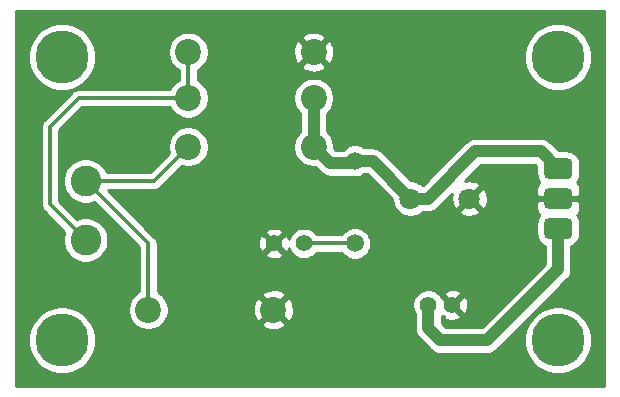
<source format=gbr>
%TF.GenerationSoftware,KiCad,Pcbnew,(5.1.12)-1*%
%TF.CreationDate,2023-06-26T22:50:23-03:00*%
%TF.ProjectId,P230523C10 - Fonte,50323330-3532-4334-9331-30202d20466f,rev?*%
%TF.SameCoordinates,Original*%
%TF.FileFunction,Copper,L2,Bot*%
%TF.FilePolarity,Positive*%
%FSLAX46Y46*%
G04 Gerber Fmt 4.6, Leading zero omitted, Abs format (unit mm)*
G04 Created by KiCad (PCBNEW (5.1.12)-1) date 2023-06-26 22:50:23*
%MOMM*%
%LPD*%
G01*
G04 APERTURE LIST*
%TA.AperFunction,ComponentPad*%
%ADD10C,1.800000*%
%TD*%
%TA.AperFunction,ComponentPad*%
%ADD11C,1.400000*%
%TD*%
%TA.AperFunction,ComponentPad*%
%ADD12C,2.600000*%
%TD*%
%TA.AperFunction,ComponentPad*%
%ADD13C,2.200000*%
%TD*%
%TA.AperFunction,ComponentPad*%
%ADD14C,1.500000*%
%TD*%
%TA.AperFunction,ViaPad*%
%ADD15C,4.500000*%
%TD*%
%TA.AperFunction,Conductor*%
%ADD16C,1.000000*%
%TD*%
%TA.AperFunction,Conductor*%
%ADD17C,0.250000*%
%TD*%
%TA.AperFunction,Conductor*%
%ADD18C,0.300000*%
%TD*%
%TA.AperFunction,Conductor*%
%ADD19C,0.254000*%
%TD*%
%TA.AperFunction,Conductor*%
%ADD20C,0.100000*%
%TD*%
G04 APERTURE END LIST*
%TO.P,CI2,2*%
%TO.N,GND*%
%TA.AperFunction,ComponentPad*%
G36*
G01*
X166250000Y-104100000D02*
X167750000Y-104100000D01*
G75*
G02*
X168200000Y-104550000I0J-450000D01*
G01*
X168200000Y-105450000D01*
G75*
G02*
X167750000Y-105900000I-450000J0D01*
G01*
X166250000Y-105900000D01*
G75*
G02*
X165800000Y-105450000I0J450000D01*
G01*
X165800000Y-104550000D01*
G75*
G02*
X166250000Y-104100000I450000J0D01*
G01*
G37*
%TD.AperFunction*%
%TO.P,CI2,1*%
%TO.N,+VCC*%
%TA.AperFunction,ComponentPad*%
G36*
G01*
X166250000Y-101560000D02*
X167750000Y-101560000D01*
G75*
G02*
X168200000Y-102010000I0J-450000D01*
G01*
X168200000Y-102910000D01*
G75*
G02*
X167750000Y-103360000I-450000J0D01*
G01*
X166250000Y-103360000D01*
G75*
G02*
X165800000Y-102910000I0J450000D01*
G01*
X165800000Y-102010000D01*
G75*
G02*
X166250000Y-101560000I450000J0D01*
G01*
G37*
%TD.AperFunction*%
%TO.P,CI2,3*%
%TO.N,+9.0V*%
%TA.AperFunction,ComponentPad*%
G36*
G01*
X166250000Y-106640000D02*
X167750000Y-106640000D01*
G75*
G02*
X168200000Y-107090000I0J-450000D01*
G01*
X168200000Y-107990000D01*
G75*
G02*
X167750000Y-108440000I-450000J0D01*
G01*
X166250000Y-108440000D01*
G75*
G02*
X165800000Y-107990000I0J450000D01*
G01*
X165800000Y-107090000D01*
G75*
G02*
X166250000Y-106640000I450000J0D01*
G01*
G37*
%TD.AperFunction*%
%TD*%
D10*
%TO.P,C3,1*%
%TO.N,+VCC*%
X154500000Y-105000000D03*
%TO.P,C3,2*%
%TO.N,GND*%
X159500000Y-105000000D03*
%TD*%
D11*
%TO.P,C7,1*%
%TO.N,+9.0V*%
X156000000Y-114000000D03*
%TO.P,C7,2*%
%TO.N,GND*%
X158050000Y-114000000D03*
%TD*%
D12*
%TO.P,CN4,1*%
%TO.N,Net-(CN4-Pad1)*%
X127000000Y-103500000D03*
%TO.P,CN4,2*%
%TO.N,Net-(CN4-Pad2)*%
X127000000Y-108500000D03*
%TD*%
D13*
%TO.P,D3,1*%
%TO.N,+VCC*%
X146300000Y-100600000D03*
%TO.P,D3,2*%
%TO.N,Net-(CN4-Pad1)*%
X135700000Y-100600000D03*
%TD*%
%TO.P,D4,2*%
%TO.N,Net-(CN4-Pad2)*%
X135700000Y-96500000D03*
%TO.P,D4,1*%
%TO.N,+VCC*%
X146300000Y-96500000D03*
%TD*%
%TO.P,D5,1*%
%TO.N,Net-(CN4-Pad1)*%
X132300000Y-114400000D03*
%TO.P,D5,2*%
%TO.N,GND*%
X142900000Y-114400000D03*
%TD*%
%TO.P,D6,2*%
%TO.N,GND*%
X146300000Y-92600000D03*
%TO.P,D6,1*%
%TO.N,Net-(CN4-Pad2)*%
X135700000Y-92600000D03*
%TD*%
D11*
%TO.P,LD3,1*%
%TO.N,GND*%
X142930000Y-108800000D03*
%TO.P,LD3,2*%
%TO.N,Net-(LD3-Pad2)*%
X145470000Y-108800000D03*
%TD*%
D14*
%TO.P,R8,1*%
%TO.N,Net-(LD3-Pad2)*%
X149800000Y-108800000D03*
%TO.P,R8,2*%
%TO.N,+VCC*%
X149800000Y-101800000D03*
%TD*%
D15*
%TO.N,*%
X167000000Y-93000000D03*
X167000000Y-117000000D03*
X125000000Y-93000000D03*
X125000000Y-117000000D03*
%TD*%
D16*
%TO.N,+VCC*%
X146300000Y-96500000D02*
X146300000Y-100600000D01*
X149600000Y-102000000D02*
X149800000Y-101800000D01*
X147700000Y-102000000D02*
X149600000Y-102000000D01*
X146300000Y-100600000D02*
X147700000Y-102000000D01*
X151300000Y-101800000D02*
X154500000Y-105000000D01*
X149800000Y-101800000D02*
X151300000Y-101800000D01*
X156000000Y-105000000D02*
X154500000Y-105000000D01*
X160000000Y-101000000D02*
X156000000Y-105000000D01*
X165540000Y-101000000D02*
X160000000Y-101000000D01*
X167000000Y-102460000D02*
X165540000Y-101000000D01*
%TO.N,+9.0V*%
X167000000Y-111000000D02*
X167000000Y-107540000D01*
X161000000Y-117000000D02*
X167000000Y-111000000D01*
X157000000Y-117000000D02*
X161000000Y-117000000D01*
X156000000Y-116000000D02*
X157000000Y-117000000D01*
X156000000Y-114000000D02*
X156000000Y-116000000D01*
D17*
%TO.N,Net-(CN4-Pad1)*%
X132300000Y-114300000D02*
X132300000Y-114400000D01*
X135500000Y-100600000D02*
X135700000Y-100600000D01*
D18*
X132800000Y-103500000D02*
X135700000Y-100600000D01*
X127000000Y-103500000D02*
X132800000Y-103500000D01*
X132300000Y-108800000D02*
X127000000Y-103500000D01*
X132300000Y-114400000D02*
X132300000Y-108800000D01*
D17*
%TO.N,Net-(CN4-Pad2)*%
X127500000Y-108100000D02*
X127400000Y-108100000D01*
D18*
X135700000Y-92600000D02*
X135700000Y-96500000D01*
X124000000Y-98900000D02*
X126400000Y-96500000D01*
X124000000Y-105500000D02*
X124000000Y-98900000D01*
X126400000Y-96500000D02*
X135700000Y-96500000D01*
X127000000Y-108500000D02*
X124000000Y-105500000D01*
%TO.N,Net-(LD3-Pad2)*%
X145470000Y-108800000D02*
X149800000Y-108800000D01*
%TD*%
D19*
%TO.N,GND*%
X170873000Y-120873000D02*
X121127000Y-120873000D01*
X121127000Y-116715852D01*
X122115000Y-116715852D01*
X122115000Y-117284148D01*
X122225869Y-117841523D01*
X122443346Y-118366560D01*
X122759074Y-118839080D01*
X123160920Y-119240926D01*
X123633440Y-119556654D01*
X124158477Y-119774131D01*
X124715852Y-119885000D01*
X125284148Y-119885000D01*
X125841523Y-119774131D01*
X126366560Y-119556654D01*
X126839080Y-119240926D01*
X127240926Y-118839080D01*
X127556654Y-118366560D01*
X127774131Y-117841523D01*
X127885000Y-117284148D01*
X127885000Y-116715852D01*
X127774131Y-116158477D01*
X127556654Y-115633440D01*
X127240926Y-115160920D01*
X126839080Y-114759074D01*
X126366560Y-114443346D01*
X125841523Y-114225869D01*
X125284148Y-114115000D01*
X124715852Y-114115000D01*
X124158477Y-114225869D01*
X123633440Y-114443346D01*
X123160920Y-114759074D01*
X122759074Y-115160920D01*
X122443346Y-115633440D01*
X122225869Y-116158477D01*
X122115000Y-116715852D01*
X121127000Y-116715852D01*
X121127000Y-98900000D01*
X123211203Y-98900000D01*
X123215001Y-98938563D01*
X123215000Y-105461447D01*
X123211203Y-105500000D01*
X123215000Y-105538553D01*
X123215000Y-105538560D01*
X123226359Y-105653886D01*
X123271246Y-105801859D01*
X123344138Y-105938232D01*
X123442236Y-106057764D01*
X123472190Y-106082347D01*
X125193858Y-107804015D01*
X125139361Y-107935581D01*
X125065000Y-108309419D01*
X125065000Y-108690581D01*
X125139361Y-109064419D01*
X125285225Y-109416566D01*
X125496987Y-109733491D01*
X125766509Y-110003013D01*
X126083434Y-110214775D01*
X126435581Y-110360639D01*
X126809419Y-110435000D01*
X127190581Y-110435000D01*
X127564419Y-110360639D01*
X127916566Y-110214775D01*
X128233491Y-110003013D01*
X128503013Y-109733491D01*
X128714775Y-109416566D01*
X128860639Y-109064419D01*
X128935000Y-108690581D01*
X128935000Y-108309419D01*
X128860639Y-107935581D01*
X128714775Y-107583434D01*
X128503013Y-107266509D01*
X128233491Y-106996987D01*
X127916566Y-106785225D01*
X127564419Y-106639361D01*
X127190581Y-106565000D01*
X126809419Y-106565000D01*
X126435581Y-106639361D01*
X126304015Y-106693858D01*
X124785000Y-105174843D01*
X124785000Y-103309419D01*
X125065000Y-103309419D01*
X125065000Y-103690581D01*
X125139361Y-104064419D01*
X125285225Y-104416566D01*
X125496987Y-104733491D01*
X125766509Y-105003013D01*
X126083434Y-105214775D01*
X126435581Y-105360639D01*
X126809419Y-105435000D01*
X127190581Y-105435000D01*
X127564419Y-105360639D01*
X127695985Y-105306142D01*
X131515001Y-109125158D01*
X131515000Y-112847207D01*
X131478169Y-112862463D01*
X131194002Y-113052337D01*
X130952337Y-113294002D01*
X130762463Y-113578169D01*
X130631675Y-113893919D01*
X130565000Y-114229117D01*
X130565000Y-114570883D01*
X130631675Y-114906081D01*
X130762463Y-115221831D01*
X130952337Y-115505998D01*
X131194002Y-115747663D01*
X131478169Y-115937537D01*
X131793919Y-116068325D01*
X132129117Y-116135000D01*
X132470883Y-116135000D01*
X132806081Y-116068325D01*
X133121831Y-115937537D01*
X133405998Y-115747663D01*
X133546949Y-115606712D01*
X141872893Y-115606712D01*
X141980726Y-115881338D01*
X142287384Y-116032216D01*
X142617585Y-116120369D01*
X142958639Y-116142409D01*
X143297439Y-116097489D01*
X143620966Y-115987336D01*
X143819274Y-115881338D01*
X143927107Y-115606712D01*
X142900000Y-114579605D01*
X141872893Y-115606712D01*
X133546949Y-115606712D01*
X133647663Y-115505998D01*
X133837537Y-115221831D01*
X133968325Y-114906081D01*
X134035000Y-114570883D01*
X134035000Y-114458639D01*
X141157591Y-114458639D01*
X141202511Y-114797439D01*
X141312664Y-115120966D01*
X141418662Y-115319274D01*
X141693288Y-115427107D01*
X142720395Y-114400000D01*
X143079605Y-114400000D01*
X144106712Y-115427107D01*
X144381338Y-115319274D01*
X144532216Y-115012616D01*
X144620369Y-114682415D01*
X144642409Y-114341361D01*
X144597489Y-114002561D01*
X144551850Y-113868514D01*
X154665000Y-113868514D01*
X154665000Y-114131486D01*
X154716304Y-114389405D01*
X154816939Y-114632359D01*
X154865000Y-114704288D01*
X154865001Y-115944239D01*
X154859509Y-116000000D01*
X154881423Y-116222498D01*
X154946324Y-116436446D01*
X154946325Y-116436447D01*
X155051717Y-116633623D01*
X155193552Y-116806449D01*
X155236859Y-116841991D01*
X156158013Y-117763145D01*
X156193551Y-117806449D01*
X156236854Y-117841987D01*
X156236856Y-117841989D01*
X156366377Y-117948284D01*
X156563553Y-118053676D01*
X156777501Y-118118577D01*
X157000000Y-118140491D01*
X157055752Y-118135000D01*
X160944249Y-118135000D01*
X161000000Y-118140491D01*
X161055751Y-118135000D01*
X161055752Y-118135000D01*
X161222499Y-118118577D01*
X161436447Y-118053676D01*
X161633623Y-117948284D01*
X161806449Y-117806449D01*
X161841996Y-117763135D01*
X162889279Y-116715852D01*
X164115000Y-116715852D01*
X164115000Y-117284148D01*
X164225869Y-117841523D01*
X164443346Y-118366560D01*
X164759074Y-118839080D01*
X165160920Y-119240926D01*
X165633440Y-119556654D01*
X166158477Y-119774131D01*
X166715852Y-119885000D01*
X167284148Y-119885000D01*
X167841523Y-119774131D01*
X168366560Y-119556654D01*
X168839080Y-119240926D01*
X169240926Y-118839080D01*
X169556654Y-118366560D01*
X169774131Y-117841523D01*
X169885000Y-117284148D01*
X169885000Y-116715852D01*
X169774131Y-116158477D01*
X169556654Y-115633440D01*
X169240926Y-115160920D01*
X168839080Y-114759074D01*
X168366560Y-114443346D01*
X167841523Y-114225869D01*
X167284148Y-114115000D01*
X166715852Y-114115000D01*
X166158477Y-114225869D01*
X165633440Y-114443346D01*
X165160920Y-114759074D01*
X164759074Y-115160920D01*
X164443346Y-115633440D01*
X164225869Y-116158477D01*
X164115000Y-116715852D01*
X162889279Y-116715852D01*
X167763141Y-111841991D01*
X167806449Y-111806449D01*
X167948284Y-111633623D01*
X168053676Y-111436447D01*
X168118577Y-111222499D01*
X168135000Y-111055752D01*
X168135000Y-111055743D01*
X168140490Y-111000001D01*
X168135000Y-110944259D01*
X168135000Y-109004768D01*
X168166387Y-108995247D01*
X168354500Y-108894699D01*
X168519383Y-108759383D01*
X168654699Y-108594500D01*
X168755247Y-108406387D01*
X168817165Y-108202272D01*
X168838072Y-107990000D01*
X168838072Y-107090000D01*
X168817165Y-106877728D01*
X168755247Y-106673613D01*
X168654699Y-106485500D01*
X168587418Y-106403517D01*
X168651185Y-106351185D01*
X168730537Y-106254494D01*
X168789502Y-106144180D01*
X168825812Y-106024482D01*
X168838072Y-105900000D01*
X168835000Y-105285750D01*
X168676250Y-105127000D01*
X167127000Y-105127000D01*
X167127000Y-105147000D01*
X166873000Y-105147000D01*
X166873000Y-105127000D01*
X165323750Y-105127000D01*
X165165000Y-105285750D01*
X165161928Y-105900000D01*
X165174188Y-106024482D01*
X165210498Y-106144180D01*
X165269463Y-106254494D01*
X165348815Y-106351185D01*
X165412582Y-106403517D01*
X165345301Y-106485500D01*
X165244753Y-106673613D01*
X165182835Y-106877728D01*
X165161928Y-107090000D01*
X165161928Y-107990000D01*
X165182835Y-108202272D01*
X165244753Y-108406387D01*
X165345301Y-108594500D01*
X165480617Y-108759383D01*
X165645500Y-108894699D01*
X165833613Y-108995247D01*
X165865001Y-109004768D01*
X165865000Y-110529868D01*
X160529869Y-115865000D01*
X157470132Y-115865000D01*
X157135000Y-115529868D01*
X157135000Y-114981242D01*
X157191683Y-115037925D01*
X157308337Y-114921271D01*
X157367797Y-115155037D01*
X157606242Y-115265934D01*
X157861740Y-115328183D01*
X158124473Y-115339390D01*
X158384344Y-115299125D01*
X158631366Y-115208935D01*
X158732203Y-115155037D01*
X158791664Y-114921269D01*
X158050000Y-114179605D01*
X158035858Y-114193748D01*
X157856253Y-114014143D01*
X157870395Y-114000000D01*
X158229605Y-114000000D01*
X158971269Y-114741664D01*
X159205037Y-114682203D01*
X159315934Y-114443758D01*
X159378183Y-114188260D01*
X159389390Y-113925527D01*
X159349125Y-113665656D01*
X159258935Y-113418634D01*
X159205037Y-113317797D01*
X158971269Y-113258336D01*
X158229605Y-114000000D01*
X157870395Y-114000000D01*
X157128731Y-113258336D01*
X157112743Y-113262403D01*
X157036962Y-113148987D01*
X156966706Y-113078731D01*
X157308336Y-113078731D01*
X158050000Y-113820395D01*
X158791664Y-113078731D01*
X158732203Y-112844963D01*
X158493758Y-112734066D01*
X158238260Y-112671817D01*
X157975527Y-112660610D01*
X157715656Y-112700875D01*
X157468634Y-112791065D01*
X157367797Y-112844963D01*
X157308336Y-113078731D01*
X156966706Y-113078731D01*
X156851013Y-112963038D01*
X156632359Y-112816939D01*
X156389405Y-112716304D01*
X156131486Y-112665000D01*
X155868514Y-112665000D01*
X155610595Y-112716304D01*
X155367641Y-112816939D01*
X155148987Y-112963038D01*
X154963038Y-113148987D01*
X154816939Y-113367641D01*
X154716304Y-113610595D01*
X154665000Y-113868514D01*
X144551850Y-113868514D01*
X144487336Y-113679034D01*
X144381338Y-113480726D01*
X144106712Y-113372893D01*
X143079605Y-114400000D01*
X142720395Y-114400000D01*
X141693288Y-113372893D01*
X141418662Y-113480726D01*
X141267784Y-113787384D01*
X141179631Y-114117585D01*
X141157591Y-114458639D01*
X134035000Y-114458639D01*
X134035000Y-114229117D01*
X133968325Y-113893919D01*
X133837537Y-113578169D01*
X133647663Y-113294002D01*
X133546949Y-113193288D01*
X141872893Y-113193288D01*
X142900000Y-114220395D01*
X143927107Y-113193288D01*
X143819274Y-112918662D01*
X143512616Y-112767784D01*
X143182415Y-112679631D01*
X142841361Y-112657591D01*
X142502561Y-112702511D01*
X142179034Y-112812664D01*
X141980726Y-112918662D01*
X141872893Y-113193288D01*
X133546949Y-113193288D01*
X133405998Y-113052337D01*
X133121831Y-112862463D01*
X133085000Y-112847207D01*
X133085000Y-109721269D01*
X142188336Y-109721269D01*
X142247797Y-109955037D01*
X142486242Y-110065934D01*
X142741740Y-110128183D01*
X143004473Y-110139390D01*
X143264344Y-110099125D01*
X143511366Y-110008935D01*
X143612203Y-109955037D01*
X143671664Y-109721269D01*
X142930000Y-108979605D01*
X142188336Y-109721269D01*
X133085000Y-109721269D01*
X133085000Y-108874473D01*
X141590610Y-108874473D01*
X141630875Y-109134344D01*
X141721065Y-109381366D01*
X141774963Y-109482203D01*
X142008731Y-109541664D01*
X142750395Y-108800000D01*
X143109605Y-108800000D01*
X143851269Y-109541664D01*
X144085037Y-109482203D01*
X144195934Y-109243758D01*
X144200706Y-109224173D01*
X144286939Y-109432359D01*
X144433038Y-109651013D01*
X144618987Y-109836962D01*
X144837641Y-109983061D01*
X145080595Y-110083696D01*
X145338514Y-110135000D01*
X145601486Y-110135000D01*
X145859405Y-110083696D01*
X146102359Y-109983061D01*
X146321013Y-109836962D01*
X146506962Y-109651013D01*
X146551070Y-109585000D01*
X148658796Y-109585000D01*
X148724201Y-109682886D01*
X148917114Y-109875799D01*
X149143957Y-110027371D01*
X149396011Y-110131775D01*
X149663589Y-110185000D01*
X149936411Y-110185000D01*
X150203989Y-110131775D01*
X150456043Y-110027371D01*
X150682886Y-109875799D01*
X150875799Y-109682886D01*
X151027371Y-109456043D01*
X151131775Y-109203989D01*
X151185000Y-108936411D01*
X151185000Y-108663589D01*
X151131775Y-108396011D01*
X151027371Y-108143957D01*
X150875799Y-107917114D01*
X150682886Y-107724201D01*
X150456043Y-107572629D01*
X150203989Y-107468225D01*
X149936411Y-107415000D01*
X149663589Y-107415000D01*
X149396011Y-107468225D01*
X149143957Y-107572629D01*
X148917114Y-107724201D01*
X148724201Y-107917114D01*
X148658796Y-108015000D01*
X146551070Y-108015000D01*
X146506962Y-107948987D01*
X146321013Y-107763038D01*
X146102359Y-107616939D01*
X145859405Y-107516304D01*
X145601486Y-107465000D01*
X145338514Y-107465000D01*
X145080595Y-107516304D01*
X144837641Y-107616939D01*
X144618987Y-107763038D01*
X144433038Y-107948987D01*
X144286939Y-108167641D01*
X144198379Y-108381444D01*
X144138935Y-108218634D01*
X144085037Y-108117797D01*
X143851269Y-108058336D01*
X143109605Y-108800000D01*
X142750395Y-108800000D01*
X142008731Y-108058336D01*
X141774963Y-108117797D01*
X141664066Y-108356242D01*
X141601817Y-108611740D01*
X141590610Y-108874473D01*
X133085000Y-108874473D01*
X133085000Y-108838556D01*
X133088797Y-108800000D01*
X133085000Y-108761444D01*
X133085000Y-108761439D01*
X133078021Y-108690581D01*
X133073642Y-108646113D01*
X133028754Y-108498140D01*
X133011391Y-108465656D01*
X132955862Y-108361767D01*
X132857764Y-108242236D01*
X132827810Y-108217653D01*
X132488888Y-107878731D01*
X142188336Y-107878731D01*
X142930000Y-108620395D01*
X143671664Y-107878731D01*
X143612203Y-107644963D01*
X143373758Y-107534066D01*
X143118260Y-107471817D01*
X142855527Y-107460610D01*
X142595656Y-107500875D01*
X142348634Y-107591065D01*
X142247797Y-107644963D01*
X142188336Y-107878731D01*
X132488888Y-107878731D01*
X128895157Y-104285000D01*
X132761447Y-104285000D01*
X132800000Y-104288797D01*
X132838553Y-104285000D01*
X132838561Y-104285000D01*
X132953887Y-104273641D01*
X133101860Y-104228754D01*
X133238233Y-104155862D01*
X133357764Y-104057764D01*
X133382347Y-104027810D01*
X135157088Y-102253069D01*
X135193919Y-102268325D01*
X135529117Y-102335000D01*
X135870883Y-102335000D01*
X136206081Y-102268325D01*
X136521831Y-102137537D01*
X136805998Y-101947663D01*
X137047663Y-101705998D01*
X137237537Y-101421831D01*
X137368325Y-101106081D01*
X137435000Y-100770883D01*
X137435000Y-100429117D01*
X137368325Y-100093919D01*
X137237537Y-99778169D01*
X137047663Y-99494002D01*
X136805998Y-99252337D01*
X136521831Y-99062463D01*
X136206081Y-98931675D01*
X135870883Y-98865000D01*
X135529117Y-98865000D01*
X135193919Y-98931675D01*
X134878169Y-99062463D01*
X134594002Y-99252337D01*
X134352337Y-99494002D01*
X134162463Y-99778169D01*
X134031675Y-100093919D01*
X133965000Y-100429117D01*
X133965000Y-100770883D01*
X134031675Y-101106081D01*
X134046931Y-101142912D01*
X132474843Y-102715000D01*
X128769271Y-102715000D01*
X128714775Y-102583434D01*
X128503013Y-102266509D01*
X128233491Y-101996987D01*
X127916566Y-101785225D01*
X127564419Y-101639361D01*
X127190581Y-101565000D01*
X126809419Y-101565000D01*
X126435581Y-101639361D01*
X126083434Y-101785225D01*
X125766509Y-101996987D01*
X125496987Y-102266509D01*
X125285225Y-102583434D01*
X125139361Y-102935581D01*
X125065000Y-103309419D01*
X124785000Y-103309419D01*
X124785000Y-99225157D01*
X126725157Y-97285000D01*
X134147207Y-97285000D01*
X134162463Y-97321831D01*
X134352337Y-97605998D01*
X134594002Y-97847663D01*
X134878169Y-98037537D01*
X135193919Y-98168325D01*
X135529117Y-98235000D01*
X135870883Y-98235000D01*
X136206081Y-98168325D01*
X136521831Y-98037537D01*
X136805998Y-97847663D01*
X137047663Y-97605998D01*
X137237537Y-97321831D01*
X137368325Y-97006081D01*
X137435000Y-96670883D01*
X137435000Y-96329117D01*
X144565000Y-96329117D01*
X144565000Y-96670883D01*
X144631675Y-97006081D01*
X144762463Y-97321831D01*
X144952337Y-97605998D01*
X145165000Y-97818661D01*
X145165001Y-99281338D01*
X144952337Y-99494002D01*
X144762463Y-99778169D01*
X144631675Y-100093919D01*
X144565000Y-100429117D01*
X144565000Y-100770883D01*
X144631675Y-101106081D01*
X144762463Y-101421831D01*
X144952337Y-101705998D01*
X145194002Y-101947663D01*
X145478169Y-102137537D01*
X145793919Y-102268325D01*
X146129117Y-102335000D01*
X146429868Y-102335000D01*
X146858008Y-102763140D01*
X146893551Y-102806449D01*
X147066377Y-102948284D01*
X147263553Y-103053676D01*
X147477501Y-103118577D01*
X147700000Y-103140491D01*
X147755751Y-103135000D01*
X149412224Y-103135000D01*
X149663589Y-103185000D01*
X149936411Y-103185000D01*
X150203989Y-103131775D01*
X150456043Y-103027371D01*
X150594286Y-102935000D01*
X150829869Y-102935000D01*
X152965000Y-105070132D01*
X152965000Y-105151184D01*
X153023989Y-105447743D01*
X153139701Y-105727095D01*
X153307688Y-105978505D01*
X153521495Y-106192312D01*
X153772905Y-106360299D01*
X154052257Y-106476011D01*
X154348816Y-106535000D01*
X154651184Y-106535000D01*
X154947743Y-106476011D01*
X155227095Y-106360299D01*
X155478505Y-106192312D01*
X155535817Y-106135000D01*
X155944249Y-106135000D01*
X156000000Y-106140491D01*
X156055751Y-106135000D01*
X156055752Y-106135000D01*
X156222499Y-106118577D01*
X156402149Y-106064080D01*
X158615525Y-106064080D01*
X158699208Y-106318261D01*
X158971775Y-106449158D01*
X159264642Y-106524365D01*
X159566553Y-106540991D01*
X159865907Y-106498397D01*
X160151199Y-106398222D01*
X160300792Y-106318261D01*
X160384475Y-106064080D01*
X159500000Y-105179605D01*
X158615525Y-106064080D01*
X156402149Y-106064080D01*
X156436447Y-106053676D01*
X156633623Y-105948284D01*
X156806449Y-105806449D01*
X156841996Y-105763135D01*
X158022331Y-104582800D01*
X157975635Y-104764642D01*
X157959009Y-105066553D01*
X158001603Y-105365907D01*
X158101778Y-105651199D01*
X158181739Y-105800792D01*
X158435920Y-105884475D01*
X159320395Y-105000000D01*
X159679605Y-105000000D01*
X160564080Y-105884475D01*
X160818261Y-105800792D01*
X160949158Y-105528225D01*
X161024365Y-105235358D01*
X161040991Y-104933447D01*
X160998397Y-104634093D01*
X160898222Y-104348801D01*
X160818261Y-104199208D01*
X160564080Y-104115525D01*
X159679605Y-105000000D01*
X159320395Y-105000000D01*
X159306253Y-104985858D01*
X159485858Y-104806253D01*
X159500000Y-104820395D01*
X160384475Y-103935920D01*
X160300792Y-103681739D01*
X160028225Y-103550842D01*
X159735358Y-103475635D01*
X159433447Y-103459009D01*
X159134093Y-103501603D01*
X159086989Y-103518143D01*
X160470132Y-102135000D01*
X165069869Y-102135000D01*
X165161928Y-102227059D01*
X165161928Y-102910000D01*
X165182835Y-103122272D01*
X165244753Y-103326387D01*
X165345301Y-103514500D01*
X165412582Y-103596483D01*
X165348815Y-103648815D01*
X165269463Y-103745506D01*
X165210498Y-103855820D01*
X165174188Y-103975518D01*
X165161928Y-104100000D01*
X165165000Y-104714250D01*
X165323750Y-104873000D01*
X166873000Y-104873000D01*
X166873000Y-104853000D01*
X167127000Y-104853000D01*
X167127000Y-104873000D01*
X168676250Y-104873000D01*
X168835000Y-104714250D01*
X168838072Y-104100000D01*
X168825812Y-103975518D01*
X168789502Y-103855820D01*
X168730537Y-103745506D01*
X168651185Y-103648815D01*
X168587418Y-103596483D01*
X168654699Y-103514500D01*
X168755247Y-103326387D01*
X168817165Y-103122272D01*
X168838072Y-102910000D01*
X168838072Y-102010000D01*
X168817165Y-101797728D01*
X168755247Y-101593613D01*
X168654699Y-101405500D01*
X168519383Y-101240617D01*
X168354500Y-101105301D01*
X168166387Y-101004753D01*
X167962272Y-100942835D01*
X167750000Y-100921928D01*
X167067059Y-100921928D01*
X166381996Y-100236865D01*
X166346449Y-100193551D01*
X166173623Y-100051716D01*
X165976447Y-99946324D01*
X165762499Y-99881423D01*
X165595752Y-99865000D01*
X165595751Y-99865000D01*
X165540000Y-99859509D01*
X165484249Y-99865000D01*
X160055741Y-99865000D01*
X159999999Y-99859510D01*
X159944257Y-99865000D01*
X159944248Y-99865000D01*
X159777501Y-99881423D01*
X159563553Y-99946324D01*
X159366377Y-100051716D01*
X159193551Y-100193551D01*
X159158009Y-100236859D01*
X155532843Y-103862026D01*
X155478505Y-103807688D01*
X155227095Y-103639701D01*
X154947743Y-103523989D01*
X154651184Y-103465000D01*
X154570132Y-103465000D01*
X152141996Y-101036865D01*
X152106449Y-100993551D01*
X151933623Y-100851716D01*
X151736447Y-100746324D01*
X151522499Y-100681423D01*
X151355752Y-100665000D01*
X151355751Y-100665000D01*
X151300000Y-100659509D01*
X151244249Y-100665000D01*
X150594286Y-100665000D01*
X150456043Y-100572629D01*
X150203989Y-100468225D01*
X149936411Y-100415000D01*
X149663589Y-100415000D01*
X149396011Y-100468225D01*
X149143957Y-100572629D01*
X148917114Y-100724201D01*
X148776315Y-100865000D01*
X148170132Y-100865000D01*
X148035000Y-100729868D01*
X148035000Y-100429117D01*
X147968325Y-100093919D01*
X147837537Y-99778169D01*
X147647663Y-99494002D01*
X147435000Y-99281339D01*
X147435000Y-97818661D01*
X147647663Y-97605998D01*
X147837537Y-97321831D01*
X147968325Y-97006081D01*
X148035000Y-96670883D01*
X148035000Y-96329117D01*
X147968325Y-95993919D01*
X147837537Y-95678169D01*
X147647663Y-95394002D01*
X147405998Y-95152337D01*
X147121831Y-94962463D01*
X146806081Y-94831675D01*
X146470883Y-94765000D01*
X146129117Y-94765000D01*
X145793919Y-94831675D01*
X145478169Y-94962463D01*
X145194002Y-95152337D01*
X144952337Y-95394002D01*
X144762463Y-95678169D01*
X144631675Y-95993919D01*
X144565000Y-96329117D01*
X137435000Y-96329117D01*
X137368325Y-95993919D01*
X137237537Y-95678169D01*
X137047663Y-95394002D01*
X136805998Y-95152337D01*
X136521831Y-94962463D01*
X136485000Y-94947207D01*
X136485000Y-94152793D01*
X136521831Y-94137537D01*
X136805998Y-93947663D01*
X136946949Y-93806712D01*
X145272893Y-93806712D01*
X145380726Y-94081338D01*
X145687384Y-94232216D01*
X146017585Y-94320369D01*
X146358639Y-94342409D01*
X146697439Y-94297489D01*
X147020966Y-94187336D01*
X147219274Y-94081338D01*
X147327107Y-93806712D01*
X146300000Y-92779605D01*
X145272893Y-93806712D01*
X136946949Y-93806712D01*
X137047663Y-93705998D01*
X137237537Y-93421831D01*
X137368325Y-93106081D01*
X137435000Y-92770883D01*
X137435000Y-92658639D01*
X144557591Y-92658639D01*
X144602511Y-92997439D01*
X144712664Y-93320966D01*
X144818662Y-93519274D01*
X145093288Y-93627107D01*
X146120395Y-92600000D01*
X146479605Y-92600000D01*
X147506712Y-93627107D01*
X147781338Y-93519274D01*
X147932216Y-93212616D01*
X148020369Y-92882415D01*
X148031132Y-92715852D01*
X164115000Y-92715852D01*
X164115000Y-93284148D01*
X164225869Y-93841523D01*
X164443346Y-94366560D01*
X164759074Y-94839080D01*
X165160920Y-95240926D01*
X165633440Y-95556654D01*
X166158477Y-95774131D01*
X166715852Y-95885000D01*
X167284148Y-95885000D01*
X167841523Y-95774131D01*
X168366560Y-95556654D01*
X168839080Y-95240926D01*
X169240926Y-94839080D01*
X169556654Y-94366560D01*
X169774131Y-93841523D01*
X169885000Y-93284148D01*
X169885000Y-92715852D01*
X169774131Y-92158477D01*
X169556654Y-91633440D01*
X169240926Y-91160920D01*
X168839080Y-90759074D01*
X168366560Y-90443346D01*
X167841523Y-90225869D01*
X167284148Y-90115000D01*
X166715852Y-90115000D01*
X166158477Y-90225869D01*
X165633440Y-90443346D01*
X165160920Y-90759074D01*
X164759074Y-91160920D01*
X164443346Y-91633440D01*
X164225869Y-92158477D01*
X164115000Y-92715852D01*
X148031132Y-92715852D01*
X148042409Y-92541361D01*
X147997489Y-92202561D01*
X147887336Y-91879034D01*
X147781338Y-91680726D01*
X147506712Y-91572893D01*
X146479605Y-92600000D01*
X146120395Y-92600000D01*
X145093288Y-91572893D01*
X144818662Y-91680726D01*
X144667784Y-91987384D01*
X144579631Y-92317585D01*
X144557591Y-92658639D01*
X137435000Y-92658639D01*
X137435000Y-92429117D01*
X137368325Y-92093919D01*
X137237537Y-91778169D01*
X137047663Y-91494002D01*
X136946949Y-91393288D01*
X145272893Y-91393288D01*
X146300000Y-92420395D01*
X147327107Y-91393288D01*
X147219274Y-91118662D01*
X146912616Y-90967784D01*
X146582415Y-90879631D01*
X146241361Y-90857591D01*
X145902561Y-90902511D01*
X145579034Y-91012664D01*
X145380726Y-91118662D01*
X145272893Y-91393288D01*
X136946949Y-91393288D01*
X136805998Y-91252337D01*
X136521831Y-91062463D01*
X136206081Y-90931675D01*
X135870883Y-90865000D01*
X135529117Y-90865000D01*
X135193919Y-90931675D01*
X134878169Y-91062463D01*
X134594002Y-91252337D01*
X134352337Y-91494002D01*
X134162463Y-91778169D01*
X134031675Y-92093919D01*
X133965000Y-92429117D01*
X133965000Y-92770883D01*
X134031675Y-93106081D01*
X134162463Y-93421831D01*
X134352337Y-93705998D01*
X134594002Y-93947663D01*
X134878169Y-94137537D01*
X134915000Y-94152793D01*
X134915001Y-94947207D01*
X134878169Y-94962463D01*
X134594002Y-95152337D01*
X134352337Y-95394002D01*
X134162463Y-95678169D01*
X134147207Y-95715000D01*
X126438556Y-95715000D01*
X126400000Y-95711203D01*
X126361444Y-95715000D01*
X126361439Y-95715000D01*
X126321026Y-95718980D01*
X126246113Y-95726358D01*
X126098140Y-95771246D01*
X125961767Y-95844138D01*
X125842236Y-95942236D01*
X125817653Y-95972190D01*
X123472185Y-98317658D01*
X123442237Y-98342236D01*
X123417659Y-98372184D01*
X123417655Y-98372188D01*
X123384690Y-98412356D01*
X123344139Y-98461767D01*
X123305177Y-98534660D01*
X123271246Y-98598141D01*
X123226359Y-98746114D01*
X123211203Y-98900000D01*
X121127000Y-98900000D01*
X121127000Y-92715852D01*
X122115000Y-92715852D01*
X122115000Y-93284148D01*
X122225869Y-93841523D01*
X122443346Y-94366560D01*
X122759074Y-94839080D01*
X123160920Y-95240926D01*
X123633440Y-95556654D01*
X124158477Y-95774131D01*
X124715852Y-95885000D01*
X125284148Y-95885000D01*
X125841523Y-95774131D01*
X126366560Y-95556654D01*
X126839080Y-95240926D01*
X127240926Y-94839080D01*
X127556654Y-94366560D01*
X127774131Y-93841523D01*
X127885000Y-93284148D01*
X127885000Y-92715852D01*
X127774131Y-92158477D01*
X127556654Y-91633440D01*
X127240926Y-91160920D01*
X126839080Y-90759074D01*
X126366560Y-90443346D01*
X125841523Y-90225869D01*
X125284148Y-90115000D01*
X124715852Y-90115000D01*
X124158477Y-90225869D01*
X123633440Y-90443346D01*
X123160920Y-90759074D01*
X122759074Y-91160920D01*
X122443346Y-91633440D01*
X122225869Y-92158477D01*
X122115000Y-92715852D01*
X121127000Y-92715852D01*
X121127000Y-89127000D01*
X170873000Y-89127000D01*
X170873000Y-120873000D01*
%TA.AperFunction,Conductor*%
D20*
G36*
X170873000Y-120873000D02*
G01*
X121127000Y-120873000D01*
X121127000Y-116715852D01*
X122115000Y-116715852D01*
X122115000Y-117284148D01*
X122225869Y-117841523D01*
X122443346Y-118366560D01*
X122759074Y-118839080D01*
X123160920Y-119240926D01*
X123633440Y-119556654D01*
X124158477Y-119774131D01*
X124715852Y-119885000D01*
X125284148Y-119885000D01*
X125841523Y-119774131D01*
X126366560Y-119556654D01*
X126839080Y-119240926D01*
X127240926Y-118839080D01*
X127556654Y-118366560D01*
X127774131Y-117841523D01*
X127885000Y-117284148D01*
X127885000Y-116715852D01*
X127774131Y-116158477D01*
X127556654Y-115633440D01*
X127240926Y-115160920D01*
X126839080Y-114759074D01*
X126366560Y-114443346D01*
X125841523Y-114225869D01*
X125284148Y-114115000D01*
X124715852Y-114115000D01*
X124158477Y-114225869D01*
X123633440Y-114443346D01*
X123160920Y-114759074D01*
X122759074Y-115160920D01*
X122443346Y-115633440D01*
X122225869Y-116158477D01*
X122115000Y-116715852D01*
X121127000Y-116715852D01*
X121127000Y-98900000D01*
X123211203Y-98900000D01*
X123215001Y-98938563D01*
X123215000Y-105461447D01*
X123211203Y-105500000D01*
X123215000Y-105538553D01*
X123215000Y-105538560D01*
X123226359Y-105653886D01*
X123271246Y-105801859D01*
X123344138Y-105938232D01*
X123442236Y-106057764D01*
X123472190Y-106082347D01*
X125193858Y-107804015D01*
X125139361Y-107935581D01*
X125065000Y-108309419D01*
X125065000Y-108690581D01*
X125139361Y-109064419D01*
X125285225Y-109416566D01*
X125496987Y-109733491D01*
X125766509Y-110003013D01*
X126083434Y-110214775D01*
X126435581Y-110360639D01*
X126809419Y-110435000D01*
X127190581Y-110435000D01*
X127564419Y-110360639D01*
X127916566Y-110214775D01*
X128233491Y-110003013D01*
X128503013Y-109733491D01*
X128714775Y-109416566D01*
X128860639Y-109064419D01*
X128935000Y-108690581D01*
X128935000Y-108309419D01*
X128860639Y-107935581D01*
X128714775Y-107583434D01*
X128503013Y-107266509D01*
X128233491Y-106996987D01*
X127916566Y-106785225D01*
X127564419Y-106639361D01*
X127190581Y-106565000D01*
X126809419Y-106565000D01*
X126435581Y-106639361D01*
X126304015Y-106693858D01*
X124785000Y-105174843D01*
X124785000Y-103309419D01*
X125065000Y-103309419D01*
X125065000Y-103690581D01*
X125139361Y-104064419D01*
X125285225Y-104416566D01*
X125496987Y-104733491D01*
X125766509Y-105003013D01*
X126083434Y-105214775D01*
X126435581Y-105360639D01*
X126809419Y-105435000D01*
X127190581Y-105435000D01*
X127564419Y-105360639D01*
X127695985Y-105306142D01*
X131515001Y-109125158D01*
X131515000Y-112847207D01*
X131478169Y-112862463D01*
X131194002Y-113052337D01*
X130952337Y-113294002D01*
X130762463Y-113578169D01*
X130631675Y-113893919D01*
X130565000Y-114229117D01*
X130565000Y-114570883D01*
X130631675Y-114906081D01*
X130762463Y-115221831D01*
X130952337Y-115505998D01*
X131194002Y-115747663D01*
X131478169Y-115937537D01*
X131793919Y-116068325D01*
X132129117Y-116135000D01*
X132470883Y-116135000D01*
X132806081Y-116068325D01*
X133121831Y-115937537D01*
X133405998Y-115747663D01*
X133546949Y-115606712D01*
X141872893Y-115606712D01*
X141980726Y-115881338D01*
X142287384Y-116032216D01*
X142617585Y-116120369D01*
X142958639Y-116142409D01*
X143297439Y-116097489D01*
X143620966Y-115987336D01*
X143819274Y-115881338D01*
X143927107Y-115606712D01*
X142900000Y-114579605D01*
X141872893Y-115606712D01*
X133546949Y-115606712D01*
X133647663Y-115505998D01*
X133837537Y-115221831D01*
X133968325Y-114906081D01*
X134035000Y-114570883D01*
X134035000Y-114458639D01*
X141157591Y-114458639D01*
X141202511Y-114797439D01*
X141312664Y-115120966D01*
X141418662Y-115319274D01*
X141693288Y-115427107D01*
X142720395Y-114400000D01*
X143079605Y-114400000D01*
X144106712Y-115427107D01*
X144381338Y-115319274D01*
X144532216Y-115012616D01*
X144620369Y-114682415D01*
X144642409Y-114341361D01*
X144597489Y-114002561D01*
X144551850Y-113868514D01*
X154665000Y-113868514D01*
X154665000Y-114131486D01*
X154716304Y-114389405D01*
X154816939Y-114632359D01*
X154865000Y-114704288D01*
X154865001Y-115944239D01*
X154859509Y-116000000D01*
X154881423Y-116222498D01*
X154946324Y-116436446D01*
X154946325Y-116436447D01*
X155051717Y-116633623D01*
X155193552Y-116806449D01*
X155236859Y-116841991D01*
X156158013Y-117763145D01*
X156193551Y-117806449D01*
X156236854Y-117841987D01*
X156236856Y-117841989D01*
X156366377Y-117948284D01*
X156563553Y-118053676D01*
X156777501Y-118118577D01*
X157000000Y-118140491D01*
X157055752Y-118135000D01*
X160944249Y-118135000D01*
X161000000Y-118140491D01*
X161055751Y-118135000D01*
X161055752Y-118135000D01*
X161222499Y-118118577D01*
X161436447Y-118053676D01*
X161633623Y-117948284D01*
X161806449Y-117806449D01*
X161841996Y-117763135D01*
X162889279Y-116715852D01*
X164115000Y-116715852D01*
X164115000Y-117284148D01*
X164225869Y-117841523D01*
X164443346Y-118366560D01*
X164759074Y-118839080D01*
X165160920Y-119240926D01*
X165633440Y-119556654D01*
X166158477Y-119774131D01*
X166715852Y-119885000D01*
X167284148Y-119885000D01*
X167841523Y-119774131D01*
X168366560Y-119556654D01*
X168839080Y-119240926D01*
X169240926Y-118839080D01*
X169556654Y-118366560D01*
X169774131Y-117841523D01*
X169885000Y-117284148D01*
X169885000Y-116715852D01*
X169774131Y-116158477D01*
X169556654Y-115633440D01*
X169240926Y-115160920D01*
X168839080Y-114759074D01*
X168366560Y-114443346D01*
X167841523Y-114225869D01*
X167284148Y-114115000D01*
X166715852Y-114115000D01*
X166158477Y-114225869D01*
X165633440Y-114443346D01*
X165160920Y-114759074D01*
X164759074Y-115160920D01*
X164443346Y-115633440D01*
X164225869Y-116158477D01*
X164115000Y-116715852D01*
X162889279Y-116715852D01*
X167763141Y-111841991D01*
X167806449Y-111806449D01*
X167948284Y-111633623D01*
X168053676Y-111436447D01*
X168118577Y-111222499D01*
X168135000Y-111055752D01*
X168135000Y-111055743D01*
X168140490Y-111000001D01*
X168135000Y-110944259D01*
X168135000Y-109004768D01*
X168166387Y-108995247D01*
X168354500Y-108894699D01*
X168519383Y-108759383D01*
X168654699Y-108594500D01*
X168755247Y-108406387D01*
X168817165Y-108202272D01*
X168838072Y-107990000D01*
X168838072Y-107090000D01*
X168817165Y-106877728D01*
X168755247Y-106673613D01*
X168654699Y-106485500D01*
X168587418Y-106403517D01*
X168651185Y-106351185D01*
X168730537Y-106254494D01*
X168789502Y-106144180D01*
X168825812Y-106024482D01*
X168838072Y-105900000D01*
X168835000Y-105285750D01*
X168676250Y-105127000D01*
X167127000Y-105127000D01*
X167127000Y-105147000D01*
X166873000Y-105147000D01*
X166873000Y-105127000D01*
X165323750Y-105127000D01*
X165165000Y-105285750D01*
X165161928Y-105900000D01*
X165174188Y-106024482D01*
X165210498Y-106144180D01*
X165269463Y-106254494D01*
X165348815Y-106351185D01*
X165412582Y-106403517D01*
X165345301Y-106485500D01*
X165244753Y-106673613D01*
X165182835Y-106877728D01*
X165161928Y-107090000D01*
X165161928Y-107990000D01*
X165182835Y-108202272D01*
X165244753Y-108406387D01*
X165345301Y-108594500D01*
X165480617Y-108759383D01*
X165645500Y-108894699D01*
X165833613Y-108995247D01*
X165865001Y-109004768D01*
X165865000Y-110529868D01*
X160529869Y-115865000D01*
X157470132Y-115865000D01*
X157135000Y-115529868D01*
X157135000Y-114981242D01*
X157191683Y-115037925D01*
X157308337Y-114921271D01*
X157367797Y-115155037D01*
X157606242Y-115265934D01*
X157861740Y-115328183D01*
X158124473Y-115339390D01*
X158384344Y-115299125D01*
X158631366Y-115208935D01*
X158732203Y-115155037D01*
X158791664Y-114921269D01*
X158050000Y-114179605D01*
X158035858Y-114193748D01*
X157856253Y-114014143D01*
X157870395Y-114000000D01*
X158229605Y-114000000D01*
X158971269Y-114741664D01*
X159205037Y-114682203D01*
X159315934Y-114443758D01*
X159378183Y-114188260D01*
X159389390Y-113925527D01*
X159349125Y-113665656D01*
X159258935Y-113418634D01*
X159205037Y-113317797D01*
X158971269Y-113258336D01*
X158229605Y-114000000D01*
X157870395Y-114000000D01*
X157128731Y-113258336D01*
X157112743Y-113262403D01*
X157036962Y-113148987D01*
X156966706Y-113078731D01*
X157308336Y-113078731D01*
X158050000Y-113820395D01*
X158791664Y-113078731D01*
X158732203Y-112844963D01*
X158493758Y-112734066D01*
X158238260Y-112671817D01*
X157975527Y-112660610D01*
X157715656Y-112700875D01*
X157468634Y-112791065D01*
X157367797Y-112844963D01*
X157308336Y-113078731D01*
X156966706Y-113078731D01*
X156851013Y-112963038D01*
X156632359Y-112816939D01*
X156389405Y-112716304D01*
X156131486Y-112665000D01*
X155868514Y-112665000D01*
X155610595Y-112716304D01*
X155367641Y-112816939D01*
X155148987Y-112963038D01*
X154963038Y-113148987D01*
X154816939Y-113367641D01*
X154716304Y-113610595D01*
X154665000Y-113868514D01*
X144551850Y-113868514D01*
X144487336Y-113679034D01*
X144381338Y-113480726D01*
X144106712Y-113372893D01*
X143079605Y-114400000D01*
X142720395Y-114400000D01*
X141693288Y-113372893D01*
X141418662Y-113480726D01*
X141267784Y-113787384D01*
X141179631Y-114117585D01*
X141157591Y-114458639D01*
X134035000Y-114458639D01*
X134035000Y-114229117D01*
X133968325Y-113893919D01*
X133837537Y-113578169D01*
X133647663Y-113294002D01*
X133546949Y-113193288D01*
X141872893Y-113193288D01*
X142900000Y-114220395D01*
X143927107Y-113193288D01*
X143819274Y-112918662D01*
X143512616Y-112767784D01*
X143182415Y-112679631D01*
X142841361Y-112657591D01*
X142502561Y-112702511D01*
X142179034Y-112812664D01*
X141980726Y-112918662D01*
X141872893Y-113193288D01*
X133546949Y-113193288D01*
X133405998Y-113052337D01*
X133121831Y-112862463D01*
X133085000Y-112847207D01*
X133085000Y-109721269D01*
X142188336Y-109721269D01*
X142247797Y-109955037D01*
X142486242Y-110065934D01*
X142741740Y-110128183D01*
X143004473Y-110139390D01*
X143264344Y-110099125D01*
X143511366Y-110008935D01*
X143612203Y-109955037D01*
X143671664Y-109721269D01*
X142930000Y-108979605D01*
X142188336Y-109721269D01*
X133085000Y-109721269D01*
X133085000Y-108874473D01*
X141590610Y-108874473D01*
X141630875Y-109134344D01*
X141721065Y-109381366D01*
X141774963Y-109482203D01*
X142008731Y-109541664D01*
X142750395Y-108800000D01*
X143109605Y-108800000D01*
X143851269Y-109541664D01*
X144085037Y-109482203D01*
X144195934Y-109243758D01*
X144200706Y-109224173D01*
X144286939Y-109432359D01*
X144433038Y-109651013D01*
X144618987Y-109836962D01*
X144837641Y-109983061D01*
X145080595Y-110083696D01*
X145338514Y-110135000D01*
X145601486Y-110135000D01*
X145859405Y-110083696D01*
X146102359Y-109983061D01*
X146321013Y-109836962D01*
X146506962Y-109651013D01*
X146551070Y-109585000D01*
X148658796Y-109585000D01*
X148724201Y-109682886D01*
X148917114Y-109875799D01*
X149143957Y-110027371D01*
X149396011Y-110131775D01*
X149663589Y-110185000D01*
X149936411Y-110185000D01*
X150203989Y-110131775D01*
X150456043Y-110027371D01*
X150682886Y-109875799D01*
X150875799Y-109682886D01*
X151027371Y-109456043D01*
X151131775Y-109203989D01*
X151185000Y-108936411D01*
X151185000Y-108663589D01*
X151131775Y-108396011D01*
X151027371Y-108143957D01*
X150875799Y-107917114D01*
X150682886Y-107724201D01*
X150456043Y-107572629D01*
X150203989Y-107468225D01*
X149936411Y-107415000D01*
X149663589Y-107415000D01*
X149396011Y-107468225D01*
X149143957Y-107572629D01*
X148917114Y-107724201D01*
X148724201Y-107917114D01*
X148658796Y-108015000D01*
X146551070Y-108015000D01*
X146506962Y-107948987D01*
X146321013Y-107763038D01*
X146102359Y-107616939D01*
X145859405Y-107516304D01*
X145601486Y-107465000D01*
X145338514Y-107465000D01*
X145080595Y-107516304D01*
X144837641Y-107616939D01*
X144618987Y-107763038D01*
X144433038Y-107948987D01*
X144286939Y-108167641D01*
X144198379Y-108381444D01*
X144138935Y-108218634D01*
X144085037Y-108117797D01*
X143851269Y-108058336D01*
X143109605Y-108800000D01*
X142750395Y-108800000D01*
X142008731Y-108058336D01*
X141774963Y-108117797D01*
X141664066Y-108356242D01*
X141601817Y-108611740D01*
X141590610Y-108874473D01*
X133085000Y-108874473D01*
X133085000Y-108838556D01*
X133088797Y-108800000D01*
X133085000Y-108761444D01*
X133085000Y-108761439D01*
X133078021Y-108690581D01*
X133073642Y-108646113D01*
X133028754Y-108498140D01*
X133011391Y-108465656D01*
X132955862Y-108361767D01*
X132857764Y-108242236D01*
X132827810Y-108217653D01*
X132488888Y-107878731D01*
X142188336Y-107878731D01*
X142930000Y-108620395D01*
X143671664Y-107878731D01*
X143612203Y-107644963D01*
X143373758Y-107534066D01*
X143118260Y-107471817D01*
X142855527Y-107460610D01*
X142595656Y-107500875D01*
X142348634Y-107591065D01*
X142247797Y-107644963D01*
X142188336Y-107878731D01*
X132488888Y-107878731D01*
X128895157Y-104285000D01*
X132761447Y-104285000D01*
X132800000Y-104288797D01*
X132838553Y-104285000D01*
X132838561Y-104285000D01*
X132953887Y-104273641D01*
X133101860Y-104228754D01*
X133238233Y-104155862D01*
X133357764Y-104057764D01*
X133382347Y-104027810D01*
X135157088Y-102253069D01*
X135193919Y-102268325D01*
X135529117Y-102335000D01*
X135870883Y-102335000D01*
X136206081Y-102268325D01*
X136521831Y-102137537D01*
X136805998Y-101947663D01*
X137047663Y-101705998D01*
X137237537Y-101421831D01*
X137368325Y-101106081D01*
X137435000Y-100770883D01*
X137435000Y-100429117D01*
X137368325Y-100093919D01*
X137237537Y-99778169D01*
X137047663Y-99494002D01*
X136805998Y-99252337D01*
X136521831Y-99062463D01*
X136206081Y-98931675D01*
X135870883Y-98865000D01*
X135529117Y-98865000D01*
X135193919Y-98931675D01*
X134878169Y-99062463D01*
X134594002Y-99252337D01*
X134352337Y-99494002D01*
X134162463Y-99778169D01*
X134031675Y-100093919D01*
X133965000Y-100429117D01*
X133965000Y-100770883D01*
X134031675Y-101106081D01*
X134046931Y-101142912D01*
X132474843Y-102715000D01*
X128769271Y-102715000D01*
X128714775Y-102583434D01*
X128503013Y-102266509D01*
X128233491Y-101996987D01*
X127916566Y-101785225D01*
X127564419Y-101639361D01*
X127190581Y-101565000D01*
X126809419Y-101565000D01*
X126435581Y-101639361D01*
X126083434Y-101785225D01*
X125766509Y-101996987D01*
X125496987Y-102266509D01*
X125285225Y-102583434D01*
X125139361Y-102935581D01*
X125065000Y-103309419D01*
X124785000Y-103309419D01*
X124785000Y-99225157D01*
X126725157Y-97285000D01*
X134147207Y-97285000D01*
X134162463Y-97321831D01*
X134352337Y-97605998D01*
X134594002Y-97847663D01*
X134878169Y-98037537D01*
X135193919Y-98168325D01*
X135529117Y-98235000D01*
X135870883Y-98235000D01*
X136206081Y-98168325D01*
X136521831Y-98037537D01*
X136805998Y-97847663D01*
X137047663Y-97605998D01*
X137237537Y-97321831D01*
X137368325Y-97006081D01*
X137435000Y-96670883D01*
X137435000Y-96329117D01*
X144565000Y-96329117D01*
X144565000Y-96670883D01*
X144631675Y-97006081D01*
X144762463Y-97321831D01*
X144952337Y-97605998D01*
X145165000Y-97818661D01*
X145165001Y-99281338D01*
X144952337Y-99494002D01*
X144762463Y-99778169D01*
X144631675Y-100093919D01*
X144565000Y-100429117D01*
X144565000Y-100770883D01*
X144631675Y-101106081D01*
X144762463Y-101421831D01*
X144952337Y-101705998D01*
X145194002Y-101947663D01*
X145478169Y-102137537D01*
X145793919Y-102268325D01*
X146129117Y-102335000D01*
X146429868Y-102335000D01*
X146858008Y-102763140D01*
X146893551Y-102806449D01*
X147066377Y-102948284D01*
X147263553Y-103053676D01*
X147477501Y-103118577D01*
X147700000Y-103140491D01*
X147755751Y-103135000D01*
X149412224Y-103135000D01*
X149663589Y-103185000D01*
X149936411Y-103185000D01*
X150203989Y-103131775D01*
X150456043Y-103027371D01*
X150594286Y-102935000D01*
X150829869Y-102935000D01*
X152965000Y-105070132D01*
X152965000Y-105151184D01*
X153023989Y-105447743D01*
X153139701Y-105727095D01*
X153307688Y-105978505D01*
X153521495Y-106192312D01*
X153772905Y-106360299D01*
X154052257Y-106476011D01*
X154348816Y-106535000D01*
X154651184Y-106535000D01*
X154947743Y-106476011D01*
X155227095Y-106360299D01*
X155478505Y-106192312D01*
X155535817Y-106135000D01*
X155944249Y-106135000D01*
X156000000Y-106140491D01*
X156055751Y-106135000D01*
X156055752Y-106135000D01*
X156222499Y-106118577D01*
X156402149Y-106064080D01*
X158615525Y-106064080D01*
X158699208Y-106318261D01*
X158971775Y-106449158D01*
X159264642Y-106524365D01*
X159566553Y-106540991D01*
X159865907Y-106498397D01*
X160151199Y-106398222D01*
X160300792Y-106318261D01*
X160384475Y-106064080D01*
X159500000Y-105179605D01*
X158615525Y-106064080D01*
X156402149Y-106064080D01*
X156436447Y-106053676D01*
X156633623Y-105948284D01*
X156806449Y-105806449D01*
X156841996Y-105763135D01*
X158022331Y-104582800D01*
X157975635Y-104764642D01*
X157959009Y-105066553D01*
X158001603Y-105365907D01*
X158101778Y-105651199D01*
X158181739Y-105800792D01*
X158435920Y-105884475D01*
X159320395Y-105000000D01*
X159679605Y-105000000D01*
X160564080Y-105884475D01*
X160818261Y-105800792D01*
X160949158Y-105528225D01*
X161024365Y-105235358D01*
X161040991Y-104933447D01*
X160998397Y-104634093D01*
X160898222Y-104348801D01*
X160818261Y-104199208D01*
X160564080Y-104115525D01*
X159679605Y-105000000D01*
X159320395Y-105000000D01*
X159306253Y-104985858D01*
X159485858Y-104806253D01*
X159500000Y-104820395D01*
X160384475Y-103935920D01*
X160300792Y-103681739D01*
X160028225Y-103550842D01*
X159735358Y-103475635D01*
X159433447Y-103459009D01*
X159134093Y-103501603D01*
X159086989Y-103518143D01*
X160470132Y-102135000D01*
X165069869Y-102135000D01*
X165161928Y-102227059D01*
X165161928Y-102910000D01*
X165182835Y-103122272D01*
X165244753Y-103326387D01*
X165345301Y-103514500D01*
X165412582Y-103596483D01*
X165348815Y-103648815D01*
X165269463Y-103745506D01*
X165210498Y-103855820D01*
X165174188Y-103975518D01*
X165161928Y-104100000D01*
X165165000Y-104714250D01*
X165323750Y-104873000D01*
X166873000Y-104873000D01*
X166873000Y-104853000D01*
X167127000Y-104853000D01*
X167127000Y-104873000D01*
X168676250Y-104873000D01*
X168835000Y-104714250D01*
X168838072Y-104100000D01*
X168825812Y-103975518D01*
X168789502Y-103855820D01*
X168730537Y-103745506D01*
X168651185Y-103648815D01*
X168587418Y-103596483D01*
X168654699Y-103514500D01*
X168755247Y-103326387D01*
X168817165Y-103122272D01*
X168838072Y-102910000D01*
X168838072Y-102010000D01*
X168817165Y-101797728D01*
X168755247Y-101593613D01*
X168654699Y-101405500D01*
X168519383Y-101240617D01*
X168354500Y-101105301D01*
X168166387Y-101004753D01*
X167962272Y-100942835D01*
X167750000Y-100921928D01*
X167067059Y-100921928D01*
X166381996Y-100236865D01*
X166346449Y-100193551D01*
X166173623Y-100051716D01*
X165976447Y-99946324D01*
X165762499Y-99881423D01*
X165595752Y-99865000D01*
X165595751Y-99865000D01*
X165540000Y-99859509D01*
X165484249Y-99865000D01*
X160055741Y-99865000D01*
X159999999Y-99859510D01*
X159944257Y-99865000D01*
X159944248Y-99865000D01*
X159777501Y-99881423D01*
X159563553Y-99946324D01*
X159366377Y-100051716D01*
X159193551Y-100193551D01*
X159158009Y-100236859D01*
X155532843Y-103862026D01*
X155478505Y-103807688D01*
X155227095Y-103639701D01*
X154947743Y-103523989D01*
X154651184Y-103465000D01*
X154570132Y-103465000D01*
X152141996Y-101036865D01*
X152106449Y-100993551D01*
X151933623Y-100851716D01*
X151736447Y-100746324D01*
X151522499Y-100681423D01*
X151355752Y-100665000D01*
X151355751Y-100665000D01*
X151300000Y-100659509D01*
X151244249Y-100665000D01*
X150594286Y-100665000D01*
X150456043Y-100572629D01*
X150203989Y-100468225D01*
X149936411Y-100415000D01*
X149663589Y-100415000D01*
X149396011Y-100468225D01*
X149143957Y-100572629D01*
X148917114Y-100724201D01*
X148776315Y-100865000D01*
X148170132Y-100865000D01*
X148035000Y-100729868D01*
X148035000Y-100429117D01*
X147968325Y-100093919D01*
X147837537Y-99778169D01*
X147647663Y-99494002D01*
X147435000Y-99281339D01*
X147435000Y-97818661D01*
X147647663Y-97605998D01*
X147837537Y-97321831D01*
X147968325Y-97006081D01*
X148035000Y-96670883D01*
X148035000Y-96329117D01*
X147968325Y-95993919D01*
X147837537Y-95678169D01*
X147647663Y-95394002D01*
X147405998Y-95152337D01*
X147121831Y-94962463D01*
X146806081Y-94831675D01*
X146470883Y-94765000D01*
X146129117Y-94765000D01*
X145793919Y-94831675D01*
X145478169Y-94962463D01*
X145194002Y-95152337D01*
X144952337Y-95394002D01*
X144762463Y-95678169D01*
X144631675Y-95993919D01*
X144565000Y-96329117D01*
X137435000Y-96329117D01*
X137368325Y-95993919D01*
X137237537Y-95678169D01*
X137047663Y-95394002D01*
X136805998Y-95152337D01*
X136521831Y-94962463D01*
X136485000Y-94947207D01*
X136485000Y-94152793D01*
X136521831Y-94137537D01*
X136805998Y-93947663D01*
X136946949Y-93806712D01*
X145272893Y-93806712D01*
X145380726Y-94081338D01*
X145687384Y-94232216D01*
X146017585Y-94320369D01*
X146358639Y-94342409D01*
X146697439Y-94297489D01*
X147020966Y-94187336D01*
X147219274Y-94081338D01*
X147327107Y-93806712D01*
X146300000Y-92779605D01*
X145272893Y-93806712D01*
X136946949Y-93806712D01*
X137047663Y-93705998D01*
X137237537Y-93421831D01*
X137368325Y-93106081D01*
X137435000Y-92770883D01*
X137435000Y-92658639D01*
X144557591Y-92658639D01*
X144602511Y-92997439D01*
X144712664Y-93320966D01*
X144818662Y-93519274D01*
X145093288Y-93627107D01*
X146120395Y-92600000D01*
X146479605Y-92600000D01*
X147506712Y-93627107D01*
X147781338Y-93519274D01*
X147932216Y-93212616D01*
X148020369Y-92882415D01*
X148031132Y-92715852D01*
X164115000Y-92715852D01*
X164115000Y-93284148D01*
X164225869Y-93841523D01*
X164443346Y-94366560D01*
X164759074Y-94839080D01*
X165160920Y-95240926D01*
X165633440Y-95556654D01*
X166158477Y-95774131D01*
X166715852Y-95885000D01*
X167284148Y-95885000D01*
X167841523Y-95774131D01*
X168366560Y-95556654D01*
X168839080Y-95240926D01*
X169240926Y-94839080D01*
X169556654Y-94366560D01*
X169774131Y-93841523D01*
X169885000Y-93284148D01*
X169885000Y-92715852D01*
X169774131Y-92158477D01*
X169556654Y-91633440D01*
X169240926Y-91160920D01*
X168839080Y-90759074D01*
X168366560Y-90443346D01*
X167841523Y-90225869D01*
X167284148Y-90115000D01*
X166715852Y-90115000D01*
X166158477Y-90225869D01*
X165633440Y-90443346D01*
X165160920Y-90759074D01*
X164759074Y-91160920D01*
X164443346Y-91633440D01*
X164225869Y-92158477D01*
X164115000Y-92715852D01*
X148031132Y-92715852D01*
X148042409Y-92541361D01*
X147997489Y-92202561D01*
X147887336Y-91879034D01*
X147781338Y-91680726D01*
X147506712Y-91572893D01*
X146479605Y-92600000D01*
X146120395Y-92600000D01*
X145093288Y-91572893D01*
X144818662Y-91680726D01*
X144667784Y-91987384D01*
X144579631Y-92317585D01*
X144557591Y-92658639D01*
X137435000Y-92658639D01*
X137435000Y-92429117D01*
X137368325Y-92093919D01*
X137237537Y-91778169D01*
X137047663Y-91494002D01*
X136946949Y-91393288D01*
X145272893Y-91393288D01*
X146300000Y-92420395D01*
X147327107Y-91393288D01*
X147219274Y-91118662D01*
X146912616Y-90967784D01*
X146582415Y-90879631D01*
X146241361Y-90857591D01*
X145902561Y-90902511D01*
X145579034Y-91012664D01*
X145380726Y-91118662D01*
X145272893Y-91393288D01*
X136946949Y-91393288D01*
X136805998Y-91252337D01*
X136521831Y-91062463D01*
X136206081Y-90931675D01*
X135870883Y-90865000D01*
X135529117Y-90865000D01*
X135193919Y-90931675D01*
X134878169Y-91062463D01*
X134594002Y-91252337D01*
X134352337Y-91494002D01*
X134162463Y-91778169D01*
X134031675Y-92093919D01*
X133965000Y-92429117D01*
X133965000Y-92770883D01*
X134031675Y-93106081D01*
X134162463Y-93421831D01*
X134352337Y-93705998D01*
X134594002Y-93947663D01*
X134878169Y-94137537D01*
X134915000Y-94152793D01*
X134915001Y-94947207D01*
X134878169Y-94962463D01*
X134594002Y-95152337D01*
X134352337Y-95394002D01*
X134162463Y-95678169D01*
X134147207Y-95715000D01*
X126438556Y-95715000D01*
X126400000Y-95711203D01*
X126361444Y-95715000D01*
X126361439Y-95715000D01*
X126321026Y-95718980D01*
X126246113Y-95726358D01*
X126098140Y-95771246D01*
X125961767Y-95844138D01*
X125842236Y-95942236D01*
X125817653Y-95972190D01*
X123472185Y-98317658D01*
X123442237Y-98342236D01*
X123417659Y-98372184D01*
X123417655Y-98372188D01*
X123384690Y-98412356D01*
X123344139Y-98461767D01*
X123305177Y-98534660D01*
X123271246Y-98598141D01*
X123226359Y-98746114D01*
X123211203Y-98900000D01*
X121127000Y-98900000D01*
X121127000Y-92715852D01*
X122115000Y-92715852D01*
X122115000Y-93284148D01*
X122225869Y-93841523D01*
X122443346Y-94366560D01*
X122759074Y-94839080D01*
X123160920Y-95240926D01*
X123633440Y-95556654D01*
X124158477Y-95774131D01*
X124715852Y-95885000D01*
X125284148Y-95885000D01*
X125841523Y-95774131D01*
X126366560Y-95556654D01*
X126839080Y-95240926D01*
X127240926Y-94839080D01*
X127556654Y-94366560D01*
X127774131Y-93841523D01*
X127885000Y-93284148D01*
X127885000Y-92715852D01*
X127774131Y-92158477D01*
X127556654Y-91633440D01*
X127240926Y-91160920D01*
X126839080Y-90759074D01*
X126366560Y-90443346D01*
X125841523Y-90225869D01*
X125284148Y-90115000D01*
X124715852Y-90115000D01*
X124158477Y-90225869D01*
X123633440Y-90443346D01*
X123160920Y-90759074D01*
X122759074Y-91160920D01*
X122443346Y-91633440D01*
X122225869Y-92158477D01*
X122115000Y-92715852D01*
X121127000Y-92715852D01*
X121127000Y-89127000D01*
X170873000Y-89127000D01*
X170873000Y-120873000D01*
G37*
%TD.AperFunction*%
%TD*%
M02*

</source>
